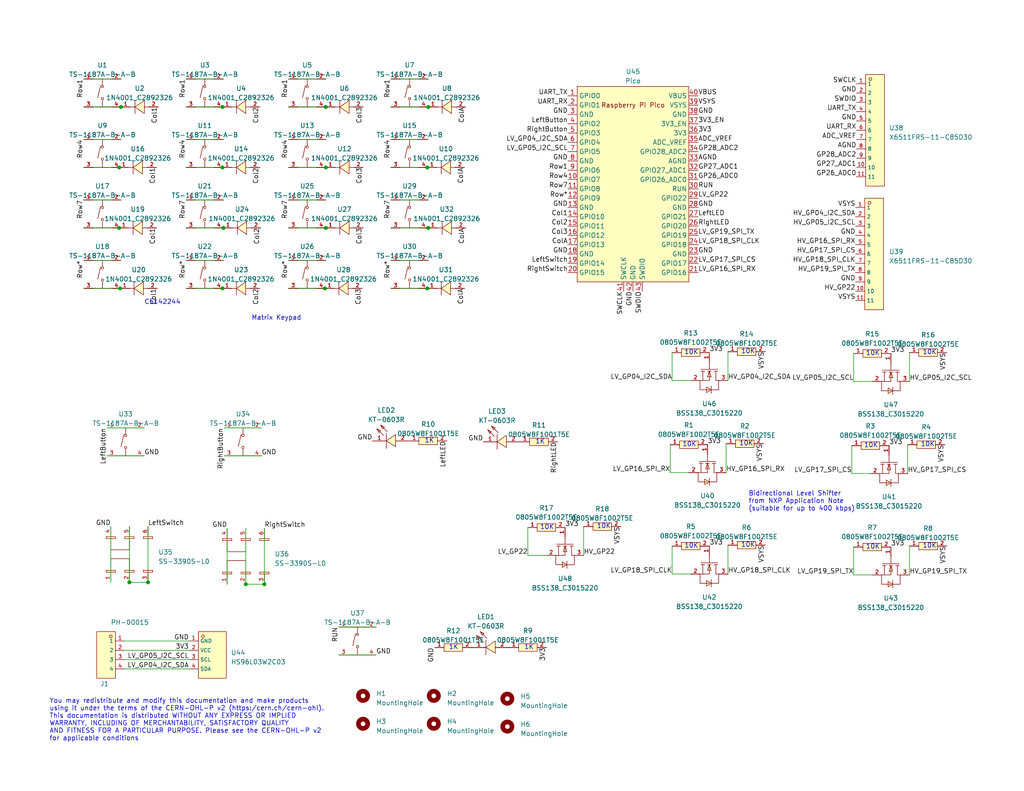
<source format=kicad_sch>
(kicad_sch (version 20230121) (generator eeschema)
  (paper "USLetter")
  (title_block (title "Cow Pi") (date "2023-09-29") (rev "mk4b") (comment 1 "This source describes Open Hardware and is licensed under the CERN-OHLP v2.") (comment 2 "Copyright (c) 2023 Christopher A. Bohn") (comment 3 "Display Module: I2C-controlled pre-packaged SSD13xx 128x64 OLED graphic display") (comment 4 "Microcontroller: Raspberry Pi Pico -- ADC/SWD/UART at 3.3V; other pins boosted to 5V"))
  (lib_symbols
    (symbol "0805W8F1001T5E:0805W8F1001T5E" (pin_names hide)
      (property "Reference" "R" (at 0 1.27 0))
      (property "Value" "0805W8F1001T5E" (at 0 -2.54 0))
      (symbol "0805W8F1001T5E_0_1"
        (pin input line (at -5.08 0 0) (length 2.54) (name "1") (number "1"))
        (pin input line (at 5.08 0 180) (length 2.54) (name "2") (number "2"))
      )
    )
    (symbol "0805W8F1002T5E:0805W8F1002T5E" (pin_names hide)
      (property "Reference" "R" (at 0 1.27 0))
      (property "Value" "0805W8F1002T5E" (at 0 -2.54 0))
      (symbol "0805W8F1002T5E_0_1"
        (pin input line (at -5.08 0 0) (length 2.54) (name "1") (number "1"))
        (pin input line (at 5.08 0 180) (length 2.54) (name "2") (number "2"))
      )
    )
    (symbol "1N4001_C2892326:1N4001_C2892326" (pin_names hide)
      (property "Reference" "U" (at 0 1.27 0))
      (property "Value" "1N4001_C2892326" (at 0 -2.54 0))
      (symbol "1N4001_C2892326_0_1"
        (pin unspecified line (at -5.08 0 0) (length 2.54) (name "K") (number "1"))
        (pin unspecified line (at 5.08 0 180) (length 2.54) (name "A") (number "2"))
      )
    )
    (symbol "BSS138_C3015220:BSS138_C3015220" (pin_names hide)
      (property "Reference" "U" (at 0 1.27 0))
      (property "Value" "BSS138_C3015220" (at 0 -2.54 0))
      (symbol "BSS138_C3015220_0_1"
        (pin unspecified line (at -7.62 0 0) (length 2.54) (name "G") (number "1"))
        (pin unspecified line (at 0 -5.08 90) (length 2.54) (name "S") (number "2"))
        (pin unspecified line (at 0 5.08 270) (length 2.54) (name "D") (number "3"))
      )
    )
    (symbol "HS96L03W2C03:HS96L03W2C03"
      (property "Reference" "U" (at 0 1.27 0))
      (property "Value" "HS96L03W2C03" (at 0 -2.54 0))
      (symbol "HS96L03W2C03_0_1"
        (pin unspecified line (at -6.35 3.81 0) (length 2.54) (name "GND") (number "1"))
        (pin unspecified line (at -6.35 1.27 0) (length 2.54) (name "VCC") (number "2"))
        (pin unspecified line (at -6.35 -1.27 0) (length 2.54) (name "SCL") (number "3"))
        (pin unspecified line (at -6.35 -3.81 0) (length 2.54) (name "SDA") (number "4"))
      )
    )
    (symbol "KT-0603R:KT-0603R" (pin_names hide)
      (property "Reference" "LED" (at 0 1.27 0))
      (property "Value" "KT-0603R" (at 0 -2.54 0))
      (symbol "KT-0603R_0_1"
        (pin unspecified line (at -5.08 0 0) (length 3.81) (name "K") (number "1"))
        (pin unspecified line (at 5.08 0 180) (length 3.81) (name "A") (number "2"))
      )
    )
    (symbol "MCU_RaspberryPi_and_Boards:Pico"
      (property "Reference" "U" (at -13.97 27.94 0))
      (property "Value" "Pico" (at 0 19.05 0))
      (symbol "Pico_0_0"
        (text "Raspberry Pi Pico" (at 0 21.59 0) (effects (font (size 1.27 1.27))))
      )
      (symbol "Pico_1_1"
        (pin bidirectional line (at -17.78 24.13 0) (length 2.54) (name "GPIO0") (number "1"))
        (pin bidirectional line (at -17.78 1.27 0) (length 2.54) (name "GPIO7") (number "10"))
        (pin bidirectional line (at -17.78 -1.27 0) (length 2.54) (name "GPIO8") (number "11"))
        (pin bidirectional line (at -17.78 -3.81 0) (length 2.54) (name "GPIO9") (number "12"))
        (pin power_in line (at -17.78 -6.35 0) (length 2.54) (name "GND") (number "13"))
        (pin bidirectional line (at -17.78 -8.89 0) (length 2.54) (name "GPIO10") (number "14"))
        (pin bidirectional line (at -17.78 -11.43 0) (length 2.54) (name "GPIO11") (number "15"))
        (pin bidirectional line (at -17.78 -13.97 0) (length 2.54) (name "GPIO12") (number "16"))
        (pin bidirectional line (at -17.78 -16.51 0) (length 2.54) (name "GPIO13") (number "17"))
        (pin power_in line (at -17.78 -19.05 0) (length 2.54) (name "GND") (number "18"))
        (pin bidirectional line (at -17.78 -21.59 0) (length 2.54) (name "GPIO14") (number "19"))
        (pin bidirectional line (at -17.78 21.59 0) (length 2.54) (name "GPIO1") (number "2"))
        (pin bidirectional line (at -17.78 -24.13 0) (length 2.54) (name "GPIO15") (number "20"))
        (pin bidirectional line (at 17.78 -24.13 180) (length 2.54) (name "GPIO16") (number "21"))
        (pin bidirectional line (at 17.78 -21.59 180) (length 2.54) (name "GPIO17") (number "22"))
        (pin power_in line (at 17.78 -19.05 180) (length 2.54) (name "GND") (number "23"))
        (pin bidirectional line (at 17.78 -16.51 180) (length 2.54) (name "GPIO18") (number "24"))
        (pin bidirectional line (at 17.78 -13.97 180) (length 2.54) (name "GPIO19") (number "25"))
        (pin bidirectional line (at 17.78 -11.43 180) (length 2.54) (name "GPIO20") (number "26"))
        (pin bidirectional line (at 17.78 -8.89 180) (length 2.54) (name "GPIO21") (number "27"))
        (pin power_in line (at 17.78 -6.35 180) (length 2.54) (name "GND") (number "28"))
        (pin bidirectional line (at 17.78 -3.81 180) (length 2.54) (name "GPIO22") (number "29"))
        (pin power_in line (at -17.78 19.05 0) (length 2.54) (name "GND") (number "3"))
        (pin input line (at 17.78 -1.27 180) (length 2.54) (name "RUN") (number "30"))
        (pin bidirectional line (at 17.78 1.27 180) (length 2.54) (name "GPIO26_ADC0") (number "31"))
        (pin bidirectional line (at 17.78 3.81 180) (length 2.54) (name "GPIO27_ADC1") (number "32"))
        (pin power_in line (at 17.78 6.35 180) (length 2.54) (name "AGND") (number "33"))
        (pin bidirectional line (at 17.78 8.89 180) (length 2.54) (name "GPIO28_ADC2") (number "34"))
        (pin power_in line (at 17.78 11.43 180) (length 2.54) (name "ADC_VREF") (number "35"))
        (pin power_in line (at 17.78 13.97 180) (length 2.54) (name "3V3") (number "36"))
        (pin input line (at 17.78 16.51 180) (length 2.54) (name "3V3_EN") (number "37"))
        (pin bidirectional line (at 17.78 19.05 180) (length 2.54) (name "GND") (number "38"))
        (pin power_in line (at 17.78 21.59 180) (length 2.54) (name "VSYS") (number "39"))
        (pin bidirectional line (at -17.78 16.51 0) (length 2.54) (name "GPIO2") (number "4"))
        (pin power_in line (at 17.78 24.13 180) (length 2.54) (name "VBUS") (number "40"))
        (pin input line (at -2.54 -29.21 90) (length 2.54) (name "SWCLK") (number "41"))
        (pin power_in line (at 0 -29.21 90) (length 2.54) (name "GND") (number "42"))
        (pin bidirectional line (at 2.54 -29.21 90) (length 2.54) (name "SWDIO") (number "43"))
        (pin bidirectional line (at -17.78 13.97 0) (length 2.54) (name "GPIO3") (number "5"))
        (pin bidirectional line (at -17.78 11.43 0) (length 2.54) (name "GPIO4") (number "6"))
        (pin bidirectional line (at -17.78 8.89 0) (length 2.54) (name "GPIO5") (number "7"))
        (pin power_in line (at -17.78 6.35 0) (length 2.54) (name "GND") (number "8"))
        (pin bidirectional line (at -17.78 3.81 0) (length 2.54) (name "GPIO6") (number "9"))
      )
    )
    (symbol "Mechanical:MountingHole" (pin_names (offset 1.016))
      (property "Reference" "H" (at 0 5.08 0))
      (property "Value" "MountingHole" (at 0 3.175 0))
    )
    (symbol "PH-00015:PH-00015"
      (property "Reference" "U" (at 0 1.27 0))
      (property "Value" "PH-00015" (at 0 -2.54 0))
      (symbol "PH-00015_0_1"
        (pin unspecified line (at -5.08 3.81 0) (length 2.54) (name "1") (number "1"))
        (pin unspecified line (at -5.08 1.27 0) (length 2.54) (name "2") (number "2"))
        (pin unspecified line (at -5.08 -1.27 0) (length 2.54) (name "3") (number "3"))
        (pin unspecified line (at -5.08 -3.81 0) (length 2.54) (name "4") (number "4"))
      )
    )
    (symbol "SS-3390S-L0:SS-3390S-L0" (pin_names hide)
      (property "Reference" "U" (at 0 1.27 0))
      (property "Value" "SS-3390S-L0" (at 0 -2.54 0))
      (symbol "SS-3390S-L0_0_1"
        (pin unspecified line (at -5.08 -7.62 90) (length 2.54) (name "1") (number "1"))
        (pin unspecified line (at 0 -7.62 90) (length 2.54) (name "2") (number "2"))
        (pin unspecified line (at 5.08 -7.62 90) (length 2.54) (name "3") (number "3"))
        (pin unspecified line (at -5.08 7.62 270) (length 2.54) (name "4") (number "4"))
        (pin unspecified line (at 0 7.62 270) (length 2.54) (name "5") (number "5"))
        (pin unspecified line (at 5.08 7.62 270) (length 2.54) (name "6") (number "6"))
      )
    )
    (symbol "TS-1187A-B-A-B:TS-1187A-B-A-B" (pin_names hide)
      (property "Reference" "U" (at 0 1.27 0))
      (property "Value" "TS-1187A-B-A-B" (at 0 -2.54 0))
      (symbol "TS-1187A-B-A-B_0_1"
        (pin unspecified line (at -5.08 2.54 0) (length 2.54) (name "A") (number "1"))
        (pin unspecified line (at 5.08 2.54 180) (length 2.54) (name "B") (number "2"))
        (pin unspecified line (at -5.08 -5.08 0) (length 2.54) (name "C") (number "3"))
        (pin unspecified line (at 5.08 -5.08 180) (length 2.54) (name "D") (number "4"))
      )
    )
    (symbol "X6511FRS-11-C85D30:X6511FRS-11-C85D30"
      (property "Reference" "U" (at 0 1.27 0))
      (property "Value" "X6511FRS-11-C85D30" (at 0 -2.54 0))
      (symbol "X6511FRS-11-C85D30_0_1"
        (pin unspecified line (at -5.08 12.7 0) (length 2.54) (name "1") (number "1"))
        (pin unspecified line (at -5.08 -10.16 0) (length 2.54) (name "10") (number "10"))
        (pin unspecified line (at -5.08 -12.7 0) (length 2.54) (name "11") (number "11"))
        (pin unspecified line (at -5.08 10.16 0) (length 2.54) (name "2") (number "2"))
        (pin unspecified line (at -5.08 7.62 0) (length 2.54) (name "3") (number "3"))
        (pin unspecified line (at -5.08 5.08 0) (length 2.54) (name "4") (number "4"))
        (pin unspecified line (at -5.08 2.54 0) (length 2.54) (name "5") (number "5"))
        (pin unspecified line (at -5.08 0 0) (length 2.54) (name "6") (number "6"))
        (pin unspecified line (at -5.08 -2.54 0) (length 2.54) (name "7") (number "7"))
        (pin unspecified line (at -5.08 -5.08 0) (length 2.54) (name "8") (number "8"))
        (pin unspecified line (at -5.08 -7.62 0) (length 2.54) (name "9") (number "9"))
      )
    )
  )
  (junction (at 33.02 29.21))
  (junction (at 116.586 45.72))
  (junction (at 60.706 45.72))
  (junction (at 116.586 78.74))
  (junction (at 60.706 78.74))
  (junction (at 32.512 45.72))
  (junction (at 35.306 159.004))
  (junction (at 88.9 62.23))
  (junction (at 67.056 159.512))
  (junction (at 32.512 62.23))
  (junction (at 72.136 159.512))
  (junction (at 60.96 62.23))
  (junction (at 116.84 29.21))
  (junction (at 60.706 29.21))
  (junction (at 32.766 78.74))
  (junction (at 88.9 29.21))
  (junction (at 116.84 62.23))
  (junction (at 88.9 45.72))
  (junction (at 40.386 159.004))
  (junction (at 88.646 78.74))
  (wire (pts (xy 144.018 144.018) (xy 144.018 151.638)))
  (wire (pts (xy 88.646 78.74) (xy 88.9 78.74)))
  (wire (pts (xy 187.96 129.032) (xy 182.88 129.032)))
  (wire (pts (xy 237.998 156.972) (xy 232.918 156.972)))
  (wire (pts (xy 106.68 62.23) (xy 116.84 62.23)))
  (wire (pts (xy 29.21 116.84) (xy 39.37 116.84)))
  (wire (pts (xy 35.306 143.764) (xy 35.306 159.004)))
  (wire (pts (xy 50.8 62.23) (xy 60.96 62.23)))
  (wire (pts (xy 67.056 159.512) (xy 72.136 159.512)))
  (wire (pts (xy 92.456 178.816) (xy 102.616 178.816)))
  (wire (pts (xy 22.86 21.59) (xy 33.02 21.59)))
  (wire (pts (xy 237.49 129.286) (xy 232.41 129.286)))
  (wire (pts (xy 61.976 144.272) (xy 61.976 159.512)))
  (wire (pts (xy 35.306 159.004) (xy 40.386 159.004)))
  (wire (pts (xy 106.68 45.72) (xy 116.586 45.72)))
  (wire (pts (xy 29.21 124.46) (xy 39.37 124.46)))
  (wire (pts (xy 232.41 121.666) (xy 232.41 129.286)))
  (wire (pts (xy 30.226 143.764) (xy 30.226 159.004)))
  (wire (pts (xy 106.68 29.21) (xy 116.84 29.21)))
  (wire (pts (xy 106.68 71.12) (xy 116.84 71.12)))
  (wire (pts (xy 188.468 103.886) (xy 183.388 103.886)))
  (wire (pts (xy 232.918 149.352) (xy 232.918 156.972)))
  (wire (pts (xy 78.74 29.21) (xy 88.9 29.21)))
  (wire (pts (xy 92.456 171.196) (xy 102.616 171.196)))
  (wire (pts (xy 67.056 144.272) (xy 67.056 159.512)))
  (wire (pts (xy 34.036 175.006) (xy 51.562 175.006)))
  (wire (pts (xy 183.388 96.266) (xy 183.388 103.886)))
  (wire (pts (xy 32.512 62.23) (xy 33.02 62.23)))
  (wire (pts (xy 183.388 149.098) (xy 183.388 156.718)))
  (wire (pts (xy 22.86 29.21) (xy 33.02 29.21)))
  (wire (pts (xy 116.586 45.72) (xy 116.84 45.72)))
  (wire (pts (xy 60.706 45.72) (xy 60.96 45.72)))
  (wire (pts (xy 78.74 71.12) (xy 88.9 71.12)))
  (wire (pts (xy 188.468 156.718) (xy 183.388 156.718)))
  (wire (pts (xy 106.68 38.1) (xy 116.84 38.1)))
  (wire (pts (xy 22.86 54.61) (xy 33.02 54.61)))
  (wire (pts (xy 198.628 148.844) (xy 198.628 156.718)))
  (wire (pts (xy 78.74 38.1) (xy 88.9 38.1)))
  (wire (pts (xy 34.036 180.086) (xy 51.562 180.086)))
  (wire (pts (xy 22.86 62.23) (xy 32.512 62.23)))
  (wire (pts (xy 50.8 78.74) (xy 60.706 78.74)))
  (wire (pts (xy 50.8 21.59) (xy 60.96 21.59)))
  (wire (pts (xy 61.214 116.84) (xy 71.374 116.84)))
  (wire (pts (xy 40.386 143.764) (xy 40.386 159.004)))
  (wire (pts (xy 78.74 45.72) (xy 88.9 45.72)))
  (wire (pts (xy 106.68 21.59) (xy 116.84 21.59)))
  (wire (pts (xy 106.68 54.61) (xy 116.84 54.61)))
  (wire (pts (xy 247.65 121.412) (xy 247.65 129.286)))
  (wire (pts (xy 22.86 71.12) (xy 33.02 71.12)))
  (wire (pts (xy 248.158 96.266) (xy 248.158 104.14)))
  (wire (pts (xy 149.098 151.638) (xy 144.018 151.638)))
  (wire (pts (xy 116.586 78.74) (xy 116.84 78.74)))
  (wire (pts (xy 60.706 78.74) (xy 60.96 78.74)))
  (wire (pts (xy 32.512 45.72) (xy 33.02 45.72)))
  (wire (pts (xy 78.74 62.23) (xy 88.9 62.23)))
  (wire (pts (xy 182.88 121.412) (xy 182.88 129.032)))
  (wire (pts (xy 50.8 45.72) (xy 60.706 45.72)))
  (wire (pts (xy 198.628 96.012) (xy 198.628 103.886)))
  (wire (pts (xy 22.86 38.1) (xy 33.02 38.1)))
  (wire (pts (xy 50.8 71.12) (xy 60.96 71.12)))
  (wire (pts (xy 22.86 78.74) (xy 32.766 78.74)))
  (wire (pts (xy 22.86 45.72) (xy 32.512 45.72)))
  (wire (pts (xy 159.258 143.764) (xy 159.258 151.638)))
  (wire (pts (xy 78.74 54.61) (xy 88.9 54.61)))
  (wire (pts (xy 34.036 177.546) (xy 51.562 177.546)))
  (wire (pts (xy 34.036 182.626) (xy 51.562 182.626)))
  (wire (pts (xy 61.214 124.46) (xy 71.374 124.46)))
  (wire (pts (xy 50.8 29.21) (xy 60.706 29.21)))
  (wire (pts (xy 198.12 121.158) (xy 198.12 129.032)))
  (wire (pts (xy 60.706 29.21) (xy 60.96 29.21)))
  (wire (pts (xy 106.68 78.74) (xy 116.586 78.74)))
  (wire (pts (xy 248.158 149.098) (xy 248.158 156.972)))
  (wire (pts (xy 78.74 21.59) (xy 88.9 21.59)))
  (wire (pts (xy 50.8 38.1) (xy 60.96 38.1)))
  (wire (pts (xy 50.8 54.61) (xy 60.96 54.61)))
  (wire (pts (xy 78.74 78.74) (xy 88.646 78.74)))
  (wire (pts (xy 232.918 96.52) (xy 232.918 104.14)))
  (wire (pts (xy 72.136 144.272) (xy 72.136 159.512)))
  (wire (pts (xy 237.998 104.14) (xy 232.918 104.14)))
  (wire (pts (xy 32.766 78.74) (xy 33.02 78.74)))
  (text "10K" (at 186.69 149.86 0) (effects (font (size 1.27 1.27)) (justify left bottom)))
  (text "10K" (at 162.814 144.526 0) (effects (font (size 1.27 1.27)) (justify left bottom)))
  (text "10K" (at 202.184 149.606 0) (effects (font (size 1.27 1.27)) (justify left bottom)))
  (text "10K" (at 147.32 144.78 0) (effects (font (size 1.27 1.27)) (justify left bottom)))
  (text "You may redistribute and modify this documentation and make products\nusing it under the terms of the CERN-OHL-P v2 (https:/cern.ch/cern-ohl).\nThis documentation is distributed WITHOUT ANY EXPRESS OR IMPLIED\nWARRANTY, INCLUDING OF MERCHANTABILITY, SATISFACTORY QUALITY\nAND FITNESS FOR A PARTICULAR PURPOSE. Please see the CERN-OHL-P v2\nfor applicable conditions" (at 13.462 202.438 0) (effects (font (size 1.27 1.27)) (justify left bottom)))
  (text "10K" (at 236.22 97.282 0) (effects (font (size 1.27 1.27)) (justify left bottom)))
  (text "10K" (at 186.69 97.028 0) (effects (font (size 1.27 1.27)) (justify left bottom)))
  (text "10K" (at 202.184 96.774 0) (effects (font (size 1.27 1.27)) (justify left bottom)))
  (text "C5142244" (at 39.37 83.312 0) (effects (font (size 1.27 1.27)) (justify left bottom)))
  (text "10K" (at 251.206 122.174 0) (effects (font (size 1.27 1.27)) (justify left bottom)))
  (text "10K" (at 186.182 122.174 0) (effects (font (size 1.27 1.27)) (justify left bottom)))
  (text "10K" (at 201.676 121.92 0) (effects (font (size 1.27 1.27)) (justify left bottom)))
  (text "1K" (at 143.002 177.546 0) (effects (font (size 1.27 1.27)) (justify left bottom)))
  (text "10K" (at 236.22 150.114 0) (effects (font (size 1.27 1.27)) (justify left bottom)))
  (text "10K" (at 251.714 149.86 0) (effects (font (size 1.27 1.27)) (justify left bottom)))
  (text "1K" (at 115.824 121.158 0) (effects (font (size 1.27 1.27)) (justify left bottom)))
  (text "1K" (at 122.428 177.546 0) (effects (font (size 1.27 1.27)) (justify left bottom)))
  (text "10K" (at 251.714 97.028 0) (effects (font (size 1.27 1.27)) (justify left bottom)))
  (text "Bidirectional Level Shifter\nfrom NXP Application Note\n(suitable for up to 400 kbps)" (at 204.216 139.7 0) (effects (font (size 1.27 1.27)) (justify left bottom)))
  (text "Matrix Keypad" (at 68.58 87.63 0) (effects (font (size 1.27 1.27)) (justify left bottom)))
  (text "1K" (at 146.05 121.412 0) (effects (font (size 1.27 1.27)) (justify left bottom)))
  (text "10K" (at 235.712 122.428 0) (effects (font (size 1.27 1.27)) (justify left bottom)))
  (label "GP26_ADC0" (at 233.68 48.26 180))
  (label "Row1" (at 22.86 21.59 270))
  (label "LeftLED" (at 121.92 120.396 270))
  (label "Row1" (at 154.94 46.482 180))
  (label "Row1" (at 78.74 21.59 270))
  (label "RUN" (at 190.5 51.562 0))
  (label "GND" (at 101.6 120.396 180))
  (label "GND" (at 190.5 69.342 0))
  (label "RightSwitch" (at 154.94 74.422 180))
  (label "HV_GP22" (at 233.426 79.502 180))
  (label "LeftLED" (at 190.5 59.182 0))
  (label "3V3_EN" (at 190.5 33.782 0))
  (label "RightLED" (at 190.5 61.722 0))
  (label "Row1" (at 50.8 21.59 270))
  (label "Row7" (at 22.86 54.61 270))
  (label "HV_GP18_SPI_CLK" (at 233.426 71.882 180))
  (label "GND" (at 172.72 79.502 270))
  (label "UART_RX" (at 154.94 28.702 180))
  (label "ADC_VREF" (at 233.68 38.1 180))
  (label "ColA" (at 126.746 78.74 270))
  (label "LV_GP19_SPI_TX" (at 232.918 156.972 180))
  (label "Row7" (at 78.74 54.61 270))
  (label "VBUS" (at 190.5 26.162 0))
  (label "LV_GP05_I2C_SCL" (at 232.918 104.14 180))
  (label "GP27_ADC1" (at 233.68 45.72 180))
  (label "SWDIO" (at 233.68 27.94 180))
  (label "HV_GP04_I2C_SDA" (at 233.426 59.182 180))
  (label "GP27_ADC1" (at 190.5 46.482 0))
  (label "Col1" (at 42.672 62.23 270))
  (label "GND" (at 102.616 178.816 0))
  (label "RUN" (at 92.456 171.196 270))
  (label "Row*" (at 78.74 71.12 270))
  (label "HV_GP17_SPI_CS" (at 233.426 69.342 180))
  (label "LeftButton" (at 154.94 33.782 180))
  (label "LV_GP04_I2C_SDA" (at 183.388 103.886 180))
  (label "Col1" (at 42.672 45.72 270))
  (label "GND" (at 233.426 76.962 180))
  (label "VSYS" (at 258.318 96.266 270))
  (label "UART_RX" (at 233.68 35.56 180))
  (label "HV_GP22" (at 159.258 151.638 0))
  (label "Row4" (at 50.8 38.1 270))
  (label "SWCLK" (at 170.18 79.502 270))
  (label "RightButton" (at 154.94 36.322 180))
  (label "GND" (at 154.94 69.342 180))
  (label "3V3" (at 243.078 96.52 0))
  (label "3V3" (at 51.562 177.546 180))
  (label "HV_GP16_SPI_RX" (at 198.12 129.032 0))
  (label "HV_GP18_SPI_CLK" (at 198.628 156.718 0))
  (label "Row*" (at 154.94 54.102 180))
  (label "HV_GP04_I2C_SDA" (at 198.628 103.886 0))
  (label "GND" (at 71.374 124.46 0))
  (label "Row*" (at 106.68 71.12 270))
  (label "3V3" (at 149.098 176.784 270))
  (label "Row*" (at 50.8 71.12 270))
  (label "VSYS" (at 208.788 148.844 270))
  (label "Col2" (at 71.12 62.23 270))
  (label "LV_GP05_I2C_SCL" (at 154.94 41.402 180))
  (label "ADC_VREF" (at 190.5 38.862 0))
  (label "RightLED" (at 152.146 120.65 270))
  (label "Col2" (at 154.94 61.722 180))
  (label "SWCLK" (at 233.68 22.86 180))
  (label "3V3" (at 193.548 96.266 0))
  (label "Col2" (at 70.866 29.21 270))
  (label "Row7" (at 50.8 54.61 270))
  (label "ColA" (at 127 29.21 270))
  (label "LV_GP17_SPI_CS" (at 232.41 129.286 180))
  (label "Col3" (at 154.94 64.262 180))
  (label "GND" (at 233.68 25.4 180))
  (label "UART_TX" (at 233.68 30.48 180))
  (label "Row4" (at 106.68 38.1 270))
  (label "Row4" (at 78.74 38.1 270))
  (label "Row1" (at 106.68 21.59 270))
  (label "VSYS" (at 208.788 96.012 270))
  (label "Col1" (at 42.926 78.74 270))
  (label "LeftButton" (at 29.21 116.84 270))
  (label "VSYS" (at 208.28 121.158 270))
  (label "3V3" (at 190.5 36.322 0))
  (label "HV_GP16_SPI_RX" (at 233.426 66.802 180))
  (label "GND" (at 131.826 120.65 180))
  (label "GND" (at 154.94 31.242 180))
  (label "Row7" (at 154.94 51.562 180))
  (label "LV_GP04_I2C_SDA" (at 51.562 182.626 180))
  (label "SWDIO" (at 175.26 79.502 270))
  (label "3V3" (at 243.078 149.352 0))
  (label "GND" (at 39.37 124.46 0))
  (label "LeftSwitch" (at 40.386 143.764 0))
  (label "UART_TX" (at 154.94 26.162 180))
  (label "HV_GP19_SPI_TX" (at 248.158 156.972 0))
  (label "GND" (at 154.94 56.642 180))
  (label "RightButton" (at 61.214 116.84 270))
  (label "Col3" (at 99.06 45.72 270))
  (label "GND" (at 190.5 56.642 0))
  (label "LV_GP16_SPI_RX" (at 190.5 74.422 0))
  (label "AGND" (at 190.5 43.942 0))
  (label "HV_GP05_I2C_SCL" (at 248.158 104.14 0))
  (label "VSYS" (at 169.418 143.764 270))
  (label "Col3" (at 99.06 29.21 270))
  (label "VSYS" (at 233.426 82.042 180))
  (label "LV_GP18_SPI_CLK" (at 190.5 66.802 0))
  (label "Row*" (at 22.86 71.12 270))
  (label "GND" (at 118.618 176.784 270))
  (label "Col2" (at 70.866 78.74 270))
  (label "GND" (at 154.94 43.942 180))
  (label "3V3" (at 242.57 121.666 0))
  (label "Row7" (at 106.68 54.61 270))
  (label "ColA" (at 154.94 66.802 180))
  (label "Col1" (at 154.94 59.182 180))
  (label "LV_GP18_SPI_CLK" (at 183.388 156.718 180))
  (label "HV_GP19_SPI_TX" (at 233.426 74.422 180))
  (label "VSYS" (at 233.426 56.642 180))
  (label "GND" (at 190.5 31.242 0))
  (label "LeftSwitch" (at 154.94 71.882 180))
  (label "VSYS" (at 258.318 149.098 270))
  (label "GND" (at 30.226 143.764 180))
  (label "GP28_ADC2" (at 190.5 41.402 0))
  (label "GP26_ADC0" (at 190.5 49.022 0))
  (label "Col1" (at 43.18 29.21 270))
  (label "3V3" (at 154.178 144.018 0))
  (label "GND" (at 233.426 64.262 180))
  (label "LV_GP04_I2C_SDA" (at 154.94 38.862 180))
  (label "VSYS" (at 257.81 121.412 270))
  (label "ColA" (at 127 62.23 270))
  (label "3V3" (at 193.548 149.098 0))
  (label "GP28_ADC2" (at 233.68 43.18 180))
  (label "RightSwitch" (at 72.136 144.272 0))
  (label "HV_GP17_SPI_CS" (at 247.65 129.286 0))
  (label "Col3" (at 99.06 62.23 270))
  (label "3V3" (at 193.04 121.412 0))
  (label "LV_GP22" (at 144.018 151.638 180))
  (label "VSYS" (at 190.5 28.702 0))
  (label "Col2" (at 70.866 45.72 270))
  (label "LV_GP16_SPI_RX" (at 182.88 129.032 180))
  (label "LV_GP22" (at 190.5 54.102 0))
  (label "Row4" (at 22.86 38.1 270))
  (label "Row4" (at 154.94 49.022 180))
  (label "HV_GP05_I2C_SCL" (at 233.426 61.722 180))
  (label "AGND" (at 233.68 40.64 180))
  (label "LV_GP05_I2C_SCL" (at 51.562 180.086 180))
  (label "Col3" (at 98.806 78.74 270))
  (label "ColA" (at 126.746 45.72 270))
  (label "GND" (at 61.976 144.272 180))
  (label "LV_GP17_SPI_CS" (at 190.5 71.882 0))
  (label "LV_GP19_SPI_TX" (at 190.5 64.262 0))
  (label "GND" (at 233.68 33.02 180))
  (label "GND" (at 51.562 175.006 180))
  (symbol (lib_id "BSS138_C3015220:BSS138_C3015220") (at 193.548 103.886 270) (unit 1)
    (property "Reference" "U46" (at 193.548 110.236 90))
    (property "Value" "BSS138_C3015220" (at 193.548 112.776 90))
    (property "Footprint" "footprint:SOT-23-3_L2.9-W1.3-P1.90-LS2.4-BR-1" (effects hide))
    (property "Datasheet" "https://www.diodes.com/assets/Package-Files/SOT23.pdf" (effects hide))
    (property "LCSC" "C3015220" (effects hide))
  )
  (symbol (lib_id "BSS138_C3015220:BSS138_C3015220") (at 193.04 129.032 270) (unit 1)
    (property "Reference" "U40" (at 193.04 135.382 90))
    (property "Value" "BSS138_C3015220" (at 193.04 137.922 90))
    (property "Footprint" "footprint:SOT-23-3_L2.9-W1.3-P1.90-LS2.4-BR-1" (effects hide))
    (property "Datasheet" "https://www.diodes.com/assets/Package-Files/SOT23.pdf" (effects hide))
    (property "LCSC" "C3015220" (effects hide))
  )
  (symbol (lib_id "1N4001_C2892326:1N4001_C2892326") (at 65.786 29.21 0) (unit 1)
    (property "Reference" "U4" (at 65.786 24.13 0))
    (property "Value" "1N4001_C2892326" (at 65.786 26.67 0))
    (property "Footprint" "footprint:SOD-123FL_L2.8-W1.8-LS3.7-RD" (effects hide))
    (property "Datasheet" "https://atta.szlcsc.com/upload/public/pdf/source/20200828/C727068_03908989ABFAACA97C2BC5AF2D6316E6.pdf" (effects hide))
    (property "LCSC" "C2892326" (effects hide))
  )
  (symbol (lib_id "0805W8F1002T5E:0805W8F1002T5E") (at 253.238 96.266 0) (unit 1)
    (property "Reference" "R16" (at 253.238 91.44 0))
    (property "Value" "0805W8F1002T5E" (at 253.238 93.98 0))
    (property "Footprint" "footprint:R0805" (effects hide))
    (property "Datasheet" "https://item.szlcsc.com/142685.html" (effects hide))
    (property "LCSC" "C17414" (effects hide))
  )
  (symbol (lib_id "0805W8F1002T5E:0805W8F1002T5E") (at 203.2 121.158 0) (unit 1)
    (property "Reference" "R2" (at 203.2 116.332 0))
    (property "Value" "0805W8F1002T5E" (at 203.2 118.872 0))
    (property "Footprint" "footprint:R0805" (effects hide))
    (property "Datasheet" "https://item.szlcsc.com/142685.html" (effects hide))
    (property "LCSC" "C17414" (effects hide))
  )
  (symbol (lib_id "TS-1187A-B-A-B:TS-1187A-B-A-B") (at 111.76 40.64 0) (unit 1)
    (property "Reference" "U15" (at 111.76 34.29 0))
    (property "Value" "TS-1187A-B-A-B" (at 111.76 36.83 0))
    (property "Footprint" "footprint:SW-SMD_4P-L5.1-W5.1-P3.70-LS6.5-TL-2" (effects hide))
    (property "Datasheet" "https://item.szlcsc.com/300285.html" (effects hide))
    (property "LCSC" "C318884" (effects hide))
  )
  (symbol (lib_id "1N4001_C2892326:1N4001_C2892326") (at 37.592 45.72 0) (unit 1)
    (property "Reference" "U16" (at 37.592 40.64 0))
    (property "Value" "1N4001_C2892326" (at 37.592 43.18 0))
    (property "Footprint" "footprint:SOD-123FL_L2.8-W1.8-LS3.7-RD" (effects hide))
    (property "Datasheet" "https://atta.szlcsc.com/upload/public/pdf/source/20200828/C727068_03908989ABFAACA97C2BC5AF2D6316E6.pdf" (effects hide))
    (property "LCSC" "C2892326" (effects hide))
  )
  (symbol (lib_id "0805W8F1002T5E:0805W8F1002T5E") (at 203.708 148.844 0) (unit 1)
    (property "Reference" "R6" (at 203.708 144.018 0))
    (property "Value" "0805W8F1002T5E" (at 203.708 146.558 0))
    (property "Footprint" "footprint:R0805" (effects hide))
    (property "Datasheet" "https://item.szlcsc.com/142685.html" (effects hide))
    (property "LCSC" "C17414" (effects hide))
  )
  (symbol (lib_id "0805W8F1002T5E:0805W8F1002T5E") (at 203.708 96.012 0) (unit 1)
    (property "Reference" "R14" (at 203.708 91.186 0))
    (property "Value" "0805W8F1002T5E" (at 203.708 93.726 0))
    (property "Footprint" "footprint:R0805" (effects hide))
    (property "Datasheet" "https://item.szlcsc.com/142685.html" (effects hide))
    (property "LCSC" "C17414" (effects hide))
  )
  (symbol (lib_id "0805W8F1002T5E:0805W8F1002T5E") (at 188.468 149.098 0) (unit 1)
    (property "Reference" "R5" (at 188.468 143.764 0))
    (property "Value" "0805W8F1002T5E" (at 188.468 146.304 0))
    (property "Footprint" "footprint:R0805" (effects hide))
    (property "Datasheet" "https://item.szlcsc.com/142685.html" (effects hide))
    (property "LCSC" "C17414" (effects hide))
  )
  (symbol (lib_id "TS-1187A-B-A-B:TS-1187A-B-A-B") (at 34.29 119.38 0) (unit 1)
    (property "Reference" "U33" (at 34.29 113.03 0))
    (property "Value" "TS-1187A-B-A-B" (at 34.29 115.57 0))
    (property "Footprint" "footprint:SW-SMD_4P-L5.1-W5.1-P3.70-LS6.5-TL-2" (effects hide))
    (property "Datasheet" "https://item.szlcsc.com/300285.html" (effects hide))
    (property "LCSC" "C318884" (effects hide))
  )
  (symbol (lib_id "X6511FRS-11-C85D30:X6511FRS-11-C85D30") (at 238.76 35.56 0) (unit 1)
    (property "Reference" "U38" (at 242.57 34.925 0) (effects (justify left)))
    (property "Value" "X6511FRS-11-C85D30" (at 242.57 37.465 0) (effects (justify left)))
    (property "Footprint" "footprint:HDR-SMD_11P-P2.54-H-F-L11.5" (effects hide))
    (property "Datasheet" "https://atta.szlcsc.com/upload/public/pdf/source/20220822/AB9A82E80C220285963E5EFA3BFD32FF.pdf" (effects hide))
    (property "LCSC" "C5142244" (effects hide))
  )
  (symbol (lib_id "BSS138_C3015220:BSS138_C3015220") (at 193.548 156.718 270) (unit 1)
    (property "Reference" "U42" (at 193.548 163.068 90))
    (property "Value" "BSS138_C3015220" (at 193.548 165.608 90))
    (property "Footprint" "footprint:SOT-23-3_L2.9-W1.3-P1.90-LS2.4-BR-1" (effects hide))
    (property "Datasheet" "https://www.diodes.com/assets/Package-Files/SOT23.pdf" (effects hide))
    (property "LCSC" "C3015220" (effects hide))
  )
  (symbol (lib_id "BSS138_C3015220:BSS138_C3015220") (at 243.078 104.14 270) (unit 1)
    (property "Reference" "U47" (at 243.078 110.49 90))
    (property "Value" "BSS138_C3015220" (at 243.078 113.03 90))
    (property "Footprint" "footprint:SOT-23-3_L2.9-W1.3-P1.90-LS2.4-BR-1" (effects hide))
    (property "Datasheet" "https://www.diodes.com/assets/Package-Files/SOT23.pdf" (effects hide))
    (property "LCSC" "C3015220" (effects hide))
  )
  (symbol (lib_id "0805W8F1002T5E:0805W8F1002T5E") (at 187.96 121.412 0) (unit 1)
    (property "Reference" "R1" (at 187.96 116.078 0))
    (property "Value" "0805W8F1002T5E" (at 187.96 118.618 0))
    (property "Footprint" "footprint:R0805" (effects hide))
    (property "Datasheet" "https://item.szlcsc.com/142685.html" (effects hide))
    (property "LCSC" "C17414" (effects hide))
  )
  (symbol (lib_id "1N4001_C2892326:1N4001_C2892326") (at 93.98 29.21 0) (unit 1)
    (property "Reference" "U6" (at 93.98 24.13 0))
    (property "Value" "1N4001_C2892326" (at 93.98 26.67 0))
    (property "Footprint" "footprint:SOD-123FL_L2.8-W1.8-LS3.7-RD" (effects hide))
    (property "Datasheet" "https://atta.szlcsc.com/upload/public/pdf/source/20200828/C727068_03908989ABFAACA97C2BC5AF2D6316E6.pdf" (effects hide))
    (property "LCSC" "C2892326" (effects hide))
  )
  (symbol (lib_id "TS-1187A-B-A-B:TS-1187A-B-A-B") (at 66.294 119.38 0) (unit 1)
    (property "Reference" "U34" (at 66.294 113.03 0))
    (property "Value" "TS-1187A-B-A-B" (at 66.294 115.57 0))
    (property "Footprint" "footprint:SW-SMD_4P-L5.1-W5.1-P3.70-LS6.5-TL-2" (effects hide))
    (property "Datasheet" "https://item.szlcsc.com/300285.html" (effects hide))
    (property "LCSC" "C318884" (effects hide))
  )
  (symbol (lib_id "0805W8F1002T5E:0805W8F1002T5E") (at 252.73 121.412 0) (unit 1)
    (property "Reference" "R4" (at 252.73 116.586 0))
    (property "Value" "0805W8F1002T5E" (at 252.73 119.126 0))
    (property "Footprint" "footprint:R0805" (effects hide))
    (property "Datasheet" "https://item.szlcsc.com/142685.html" (effects hide))
    (property "LCSC" "C17414" (effects hide))
  )
  (symbol (lib_id "0805W8F1001T5E:0805W8F1001T5E") (at 144.018 176.784 0) (unit 1)
    (property "Reference" "R9" (at 144.018 172.212 0))
    (property "Value" "0805W8F1001T5E" (at 144.018 174.752 0))
    (property "Footprint" "footprint:R0805" (effects hide))
    (property "Datasheet" "https://item.szlcsc.com/142685.html" (effects hide))
    (property "LCSC" "C17513" (effects hide))
  )
  (symbol (lib_id "PH-00015:PH-00015") (at 28.956 178.816 0) (mirror y) (unit 1)
    (property "Reference" "J1" (at 29.718 186.69 0) (effects (justify left)))
    (property "Value" "PH-00015" (at 40.64 169.926 0) (effects (justify left)))
    (property "Footprint" "footprint:HDR-TH_4P-P2.54-V-M" (effects hide))
    (property "Datasheet" "https://item.szlcsc.com/502959.html" (effects hide))
    (property "LCSC" "C2829888" (effects hide))
  )
  (symbol (lib_id "1N4001_C2892326:1N4001_C2892326") (at 93.98 62.23 0) (unit 1)
    (property "Reference" "U27" (at 93.98 57.15 0))
    (property "Value" "1N4001_C2892326" (at 93.98 59.69 0))
    (property "Footprint" "footprint:SOD-123FL_L2.8-W1.8-LS3.7-RD" (effects hide))
    (property "Datasheet" "https://atta.szlcsc.com/upload/public/pdf/source/20200828/C727068_03908989ABFAACA97C2BC5AF2D6316E6.pdf" (effects hide))
    (property "LCSC" "C2892326" (effects hide))
  )
  (symbol (lib_id "1N4001_C2892326:1N4001_C2892326") (at 93.98 45.72 0) (unit 1)
    (property "Reference" "U12" (at 93.98 40.64 0))
    (property "Value" "1N4001_C2892326" (at 93.98 43.18 0))
    (property "Footprint" "footprint:SOD-123FL_L2.8-W1.8-LS3.7-RD" (effects hide))
    (property "Datasheet" "https://atta.szlcsc.com/upload/public/pdf/source/20200828/C727068_03908989ABFAACA97C2BC5AF2D6316E6.pdf" (effects hide))
    (property "LCSC" "C2892326" (effects hide))
  )
  (symbol (lib_id "TS-1187A-B-A-B:TS-1187A-B-A-B") (at 27.94 24.13 0) (unit 1)
    (property "Reference" "U1" (at 27.94 17.78 0))
    (property "Value" "TS-1187A-B-A-B" (at 27.94 20.32 0))
    (property "Footprint" "footprint:SW-SMD_4P-L5.1-W5.1-P3.70-LS6.5-TL-2" (effects hide))
    (property "Datasheet" "https://item.szlcsc.com/300285.html" (effects hide))
    (property "LCSC" "C318884" (effects hide))
  )
  (symbol (lib_id "KT-0603R:KT-0603R") (at 133.858 176.784 0) (unit 1)
    (property "Reference" "LED1" (at 132.588 168.402 0))
    (property "Value" "KT-0603R" (at 132.588 170.942 0))
    (property "Footprint" "footprint:LED0603-RD" (effects hide))
    (property "Datasheet" "https://item.szlcsc.com/347874.html" (effects hide))
    (property "LCSC" "C2286" (effects hide))
  )
  (symbol (lib_id "1N4001_C2892326:1N4001_C2892326") (at 93.726 78.74 0) (unit 1)
    (property "Reference" "U28" (at 93.726 73.66 0))
    (property "Value" "1N4001_C2892326" (at 93.726 76.2 0))
    (property "Footprint" "footprint:SOD-123FL_L2.8-W1.8-LS3.7-RD" (effects hide))
    (property "Datasheet" "https://atta.szlcsc.com/upload/public/pdf/source/20200828/C727068_03908989ABFAACA97C2BC5AF2D6316E6.pdf" (effects hide))
    (property "LCSC" "C2892326" (effects hide))
  )
  (symbol (lib_id "TS-1187A-B-A-B:TS-1187A-B-A-B") (at 27.94 73.66 0) (unit 1)
    (property "Reference" "U18" (at 27.94 67.31 0))
    (property "Value" "TS-1187A-B-A-B" (at 27.94 69.85 0))
    (property "Footprint" "footprint:SW-SMD_4P-L5.1-W5.1-P3.70-LS6.5-TL-2" (effects hide))
    (property "Datasheet" "https://item.szlcsc.com/300285.html" (effects hide))
    (property "LCSC" "C318884" (effects hide))
  )
  (symbol (lib_id "1N4001_C2892326:1N4001_C2892326") (at 121.92 29.21 0) (unit 1)
    (property "Reference" "U8" (at 121.92 24.13 0))
    (property "Value" "1N4001_C2892326" (at 121.92 26.67 0))
    (property "Footprint" "footprint:SOD-123FL_L2.8-W1.8-LS3.7-RD" (effects hide))
    (property "Datasheet" "https://atta.szlcsc.com/upload/public/pdf/source/20200828/C727068_03908989ABFAACA97C2BC5AF2D6316E6.pdf" (effects hide))
    (property "LCSC" "C2892326" (effects hide))
  )
  (symbol (lib_id "BSS138_C3015220:BSS138_C3015220") (at 154.178 151.638 270) (unit 1)
    (property "Reference" "U48" (at 154.178 157.988 90))
    (property "Value" "BSS138_C3015220" (at 154.178 160.528 90))
    (property "Footprint" "footprint:SOT-23-3_L2.9-W1.3-P1.90-LS2.4-BR-1" (effects hide))
    (property "Datasheet" "https://www.diodes.com/assets/Package-Files/SOT23.pdf" (effects hide))
    (property "LCSC" "C3015220" (effects hide))
  )
  (symbol (lib_id "0805W8F1002T5E:0805W8F1002T5E") (at 149.098 144.018 0) (unit 1)
    (property "Reference" "R17" (at 149.098 138.684 0))
    (property "Value" "0805W8F1002T5E" (at 149.098 141.224 0))
    (property "Footprint" "footprint:R0805" (effects hide))
    (property "Datasheet" "https://item.szlcsc.com/142685.html" (effects hide))
    (property "LCSC" "C17414" (effects hide))
  )
  (symbol (lib_id "TS-1187A-B-A-B:TS-1187A-B-A-B") (at 111.76 73.66 0) (unit 1)
    (property "Reference" "U30" (at 111.76 67.31 0))
    (property "Value" "TS-1187A-B-A-B" (at 111.76 69.85 0))
    (property "Footprint" "footprint:SW-SMD_4P-L5.1-W5.1-P3.70-LS6.5-TL-2" (effects hide))
    (property "Datasheet" "https://item.szlcsc.com/300285.html" (effects hide))
    (property "LCSC" "C318884" (effects hide))
  )
  (symbol (lib_id "KT-0603R:KT-0603R") (at 106.68 120.396 0) (unit 1)
    (property "Reference" "LED2" (at 105.41 112.014 0))
    (property "Value" "KT-0603R" (at 105.41 114.554 0))
    (property "Footprint" "footprint:LED0603-RD" (effects hide))
    (property "Datasheet" "https://item.szlcsc.com/347874.html" (effects hide))
    (property "LCSC" "C2286" (effects hide))
  )
  (symbol (lib_id "0805W8F1002T5E:0805W8F1002T5E") (at 237.49 121.666 0) (unit 1)
    (property "Reference" "R3" (at 237.49 116.332 0))
    (property "Value" "0805W8F1002T5E" (at 237.49 118.872 0))
    (property "Footprint" "footprint:R0805" (effects hide))
    (property "Datasheet" "https://item.szlcsc.com/142685.html" (effects hide))
    (property "LCSC" "C17414" (effects hide))
  )
  (symbol (lib_id "Mechanical:MountingHole") (at 99.06 197.612 0) (unit 1)
    (property "Reference" "H3" (at 102.616 196.977 0) (effects (justify left)))
    (property "Value" "MountingHole" (at 102.616 199.517 0) (effects (justify left)))
    (property "Footprint" "MountingHole:MountingHole_3mm_Pad" (effects hide))
  )
  (symbol (lib_id "1N4001_C2892326:1N4001_C2892326") (at 37.846 78.74 0) (unit 1)
    (property "Reference" "U20" (at 37.846 73.66 0))
    (property "Value" "1N4001_C2892326" (at 37.846 76.2 0))
    (property "Footprint" "footprint:SOD-123FL_L2.8-W1.8-LS3.7-RD" (effects hide))
    (property "Datasheet" "https://atta.szlcsc.com/upload/public/pdf/source/20200828/C727068_03908989ABFAACA97C2BC5AF2D6316E6.pdf" (effects hide))
    (property "LCSC" "C2892326" (effects hide))
  )
  (symbol (lib_id "TS-1187A-B-A-B:TS-1187A-B-A-B") (at 83.82 57.15 0) (unit 1)
    (property "Reference" "U25" (at 83.82 50.8 0))
    (property "Value" "TS-1187A-B-A-B" (at 83.82 53.34 0))
    (property "Footprint" "footprint:SW-SMD_4P-L5.1-W5.1-P3.70-LS6.5-TL-2" (effects hide))
    (property "Datasheet" "https://item.szlcsc.com/300285.html" (effects hide))
    (property "LCSC" "C318884" (effects hide))
  )
  (symbol (lib_id "Mechanical:MountingHole") (at 118.364 197.612 0) (unit 1)
    (property "Reference" "H4" (at 121.92 196.977 0) (effects (justify left)))
    (property "Value" "MountingHole" (at 121.92 199.517 0) (effects (justify left)))
    (property "Footprint" "MountingHole:MountingHole_3mm_Pad" (effects hide))
  )
  (symbol (lib_id "TS-1187A-B-A-B:TS-1187A-B-A-B") (at 111.76 57.15 0) (unit 1)
    (property "Reference" "U29" (at 111.76 50.8 0))
    (property "Value" "TS-1187A-B-A-B" (at 111.76 53.34 0))
    (property "Footprint" "footprint:SW-SMD_4P-L5.1-W5.1-P3.70-LS6.5-TL-2" (effects hide))
    (property "Datasheet" "https://item.szlcsc.com/300285.html" (effects hide))
    (property "LCSC" "C318884" (effects hide))
  )
  (symbol (lib_id "TS-1187A-B-A-B:TS-1187A-B-A-B") (at 55.88 57.15 0) (unit 1)
    (property "Reference" "U21" (at 55.88 50.8 0))
    (property "Value" "TS-1187A-B-A-B" (at 55.88 53.34 0))
    (property "Footprint" "footprint:SW-SMD_4P-L5.1-W5.1-P3.70-LS6.5-TL-2" (effects hide))
    (property "Datasheet" "https://item.szlcsc.com/300285.html" (effects hide))
    (property "LCSC" "C318884" (effects hide))
  )
  (symbol (lib_id "0805W8F1002T5E:0805W8F1002T5E") (at 237.998 149.352 0) (unit 1)
    (property "Reference" "R7" (at 237.998 144.018 0))
    (property "Value" "0805W8F1002T5E" (at 237.998 146.558 0))
    (property "Footprint" "footprint:R0805" (effects hide))
    (property "Datasheet" "https://item.szlcsc.com/142685.html" (effects hide))
    (property "LCSC" "C17414" (effects hide))
  )
  (symbol (lib_id "0805W8F1002T5E:0805W8F1002T5E") (at 237.998 96.52 0) (unit 1)
    (property "Reference" "R15" (at 237.998 91.186 0))
    (property "Value" "0805W8F1002T5E" (at 237.998 93.726 0))
    (property "Footprint" "footprint:R0805" (effects hide))
    (property "Datasheet" "https://item.szlcsc.com/142685.html" (effects hide))
    (property "LCSC" "C17414" (effects hide))
  )
  (symbol (lib_id "0805W8F1001T5E:0805W8F1001T5E") (at 123.698 176.784 0) (unit 1)
    (property "Reference" "R12" (at 123.698 172.212 0))
    (property "Value" "0805W8F1001T5E" (at 123.698 174.752 0))
    (property "Footprint" "footprint:R0805" (effects hide))
    (property "Datasheet" "https://item.szlcsc.com/142685.html" (effects hide))
    (property "LCSC" "C17513" (effects hide))
  )
  (symbol (lib_id "BSS138_C3015220:BSS138_C3015220") (at 242.57 129.286 270) (unit 1)
    (property "Reference" "U41" (at 242.57 135.636 90))
    (property "Value" "BSS138_C3015220" (at 242.57 138.176 90))
    (property "Footprint" "footprint:SOT-23-3_L2.9-W1.3-P1.90-LS2.4-BR-1" (effects hide))
    (property "Datasheet" "https://www.diodes.com/assets/Package-Files/SOT23.pdf" (effects hide))
    (property "LCSC" "C3015220" (effects hide))
  )
  (symbol (lib_id "X6511FRS-11-C85D30:X6511FRS-11-C85D30") (at 238.506 69.342 0) (unit 1)
    (property "Reference" "U39" (at 242.57 68.707 0) (effects (justify left)))
    (property "Value" "X6511FRS-11-C85D30" (at 242.57 71.247 0) (effects (justify left)))
    (property "Footprint" "footprint:HDR-SMD_11P-P2.54-H-F-L11.5" (effects hide))
    (property "Datasheet" "https://atta.szlcsc.com/upload/public/pdf/source/20220822/AB9A82E80C220285963E5EFA3BFD32FF.pdf" (effects hide))
    (property "LCSC" "C5142244" (effects hide))
  )
  (symbol (lib_id "TS-1187A-B-A-B:TS-1187A-B-A-B") (at 55.88 24.13 0) (unit 1)
    (property "Reference" "U3" (at 55.88 17.78 0))
    (property "Value" "TS-1187A-B-A-B" (at 55.88 20.32 0))
    (property "Footprint" "footprint:SW-SMD_4P-L5.1-W5.1-P3.70-LS6.5-TL-2" (effects hide))
    (property "Datasheet" "https://item.szlcsc.com/300285.html" (effects hide))
    (property "LCSC" "C318884" (effects hide))
  )
  (symbol (lib_id "BSS138_C3015220:BSS138_C3015220") (at 243.078 156.972 270) (unit 1)
    (property "Reference" "U43" (at 243.078 163.322 90))
    (property "Value" "BSS138_C3015220" (at 243.078 165.862 90))
    (property "Footprint" "footprint:SOT-23-3_L2.9-W1.3-P1.90-LS2.4-BR-1" (effects hide))
    (property "Datasheet" "https://www.diodes.com/assets/Package-Files/SOT23.pdf" (effects hide))
    (property "LCSC" "C3015220" (effects hide))
  )
  (symbol (lib_id "1N4001_C2892326:1N4001_C2892326") (at 38.1 29.21 0) (unit 1)
    (property "Reference" "U2" (at 38.1 24.13 0))
    (property "Value" "1N4001_C2892326" (at 38.1 26.67 0))
    (property "Footprint" "footprint:SOD-123FL_L2.8-W1.8-LS3.7-RD" (effects hide))
    (property "Datasheet" "https://atta.szlcsc.com/upload/public/pdf/source/20200828/C727068_03908989ABFAACA97C2BC5AF2D6316E6.pdf" (effects hide))
    (property "LCSC" "C2892326" (effects hide))
  )
  (symbol (lib_id "TS-1187A-B-A-B:TS-1187A-B-A-B") (at 97.536 173.736 0) (unit 1)
    (property "Reference" "U37" (at 97.536 167.386 0))
    (property "Value" "TS-1187A-B-A-B" (at 97.536 169.926 0))
    (property "Footprint" "footprint:SW-SMD_4P-L5.1-W5.1-P3.70-LS6.5-TL-2" (effects hide))
    (property "Datasheet" "https://item.szlcsc.com/300285.html" (effects hide))
    (property "LCSC" "C318884" (effects hide))
  )
  (symbol (lib_id "1N4001_C2892326:1N4001_C2892326") (at 65.786 45.72 0) (unit 1)
    (property "Reference" "U14" (at 65.786 40.64 0))
    (property "Value" "1N4001_C2892326" (at 65.786 43.18 0))
    (property "Footprint" "footprint:SOD-123FL_L2.8-W1.8-LS3.7-RD" (effects hide))
    (property "Datasheet" "https://atta.szlcsc.com/upload/public/pdf/source/20200828/C727068_03908989ABFAACA97C2BC5AF2D6316E6.pdf" (effects hide))
    (property "LCSC" "C2892326" (effects hide))
  )
  (symbol (lib_id "TS-1187A-B-A-B:TS-1187A-B-A-B") (at 55.88 40.64 0) (unit 1)
    (property "Reference" "U11" (at 55.88 34.29 0))
    (property "Value" "TS-1187A-B-A-B" (at 55.88 36.83 0))
    (property "Footprint" "footprint:SW-SMD_4P-L5.1-W5.1-P3.70-LS6.5-TL-2" (effects hide))
    (property "Datasheet" "https://item.szlcsc.com/300285.html" (effects hide))
    (property "LCSC" "C318884" (effects hide))
  )
  (symbol (lib_id "Mechanical:MountingHole") (at 138.43 198.374 0) (unit 1)
    (property "Reference" "H6" (at 141.986 197.739 0) (effects (justify left)))
    (property "Value" "MountingHole" (at 141.986 200.279 0) (effects (justify left)))
    (property "Footprint" "MountingHole:MountingHole_3mm_Pad" (effects hide))
  )
  (symbol (lib_id "0805W8F1002T5E:0805W8F1002T5E") (at 164.338 143.764 0) (unit 1)
    (property "Reference" "R18" (at 164.338 138.938 0))
    (property "Value" "0805W8F1002T5E" (at 164.338 141.478 0))
    (property "Footprint" "footprint:R0805" (effects hide))
    (property "Datasheet" "https://item.szlcsc.com/142685.html" (effects hide))
    (property "LCSC" "C17414" (effects hide))
  )
  (symbol (lib_id "1N4001_C2892326:1N4001_C2892326") (at 121.92 62.23 0) (unit 1)
    (property "Reference" "U32" (at 121.92 57.15 0))
    (property "Value" "1N4001_C2892326" (at 121.92 59.69 0))
    (property "Footprint" "footprint:SOD-123FL_L2.8-W1.8-LS3.7-RD" (effects hide))
    (property "Datasheet" "https://atta.szlcsc.com/upload/public/pdf/source/20200828/C727068_03908989ABFAACA97C2BC5AF2D6316E6.pdf" (effects hide))
    (property "LCSC" "C2892326" (effects hide))
  )
  (symbol (lib_id "KT-0603R:KT-0603R") (at 136.906 120.65 0) (unit 1)
    (property "Reference" "LED3" (at 135.636 112.268 0))
    (property "Value" "KT-0603R" (at 135.636 114.808 0))
    (property "Footprint" "footprint:LED0603-RD" (effects hide))
    (property "Datasheet" "https://item.szlcsc.com/347874.html" (effects hide))
    (property "LCSC" "C2286" (effects hide))
  )
  (symbol (lib_id "1N4001_C2892326:1N4001_C2892326") (at 121.666 78.74 0) (unit 1)
    (property "Reference" "U31" (at 121.666 73.66 0))
    (property "Value" "1N4001_C2892326" (at 121.666 76.2 0))
    (property "Footprint" "footprint:SOD-123FL_L2.8-W1.8-LS3.7-RD" (effects hide))
    (property "Datasheet" "https://atta.szlcsc.com/upload/public/pdf/source/20200828/C727068_03908989ABFAACA97C2BC5AF2D6316E6.pdf" (effects hide))
    (property "LCSC" "C2892326" (effects hide))
  )
  (symbol (lib_id "TS-1187A-B-A-B:TS-1187A-B-A-B") (at 111.76 24.13 0) (unit 1)
    (property "Reference" "U7" (at 111.76 17.78 0))
    (property "Value" "TS-1187A-B-A-B" (at 111.76 20.32 0))
    (property "Footprint" "footprint:SW-SMD_4P-L5.1-W5.1-P3.70-LS6.5-TL-2" (effects hide))
    (property "Datasheet" "https://item.szlcsc.com/300285.html" (effects hide))
    (property "LCSC" "C318884" (effects hide))
  )
  (symbol (lib_id "MCU_RaspberryPi_and_Boards:Pico") (at 172.72 50.292 0) (unit 1)
    (property "Reference" "U45" (at 172.72 19.558 0))
    (property "Value" "Pico" (at 172.72 22.098 0))
    (property "Footprint" "MCU_RaspberryPi_and_Boards:RPi_Pico_SMD_TH" (effects hide))
  )
  (symbol (lib_id "1N4001_C2892326:1N4001_C2892326") (at 121.666 45.72 0) (unit 1)
    (property "Reference" "U10" (at 121.666 40.64 0))
    (property "Value" "1N4001_C2892326" (at 121.666 43.18 0))
    (property "Footprint" "footprint:SOD-123FL_L2.8-W1.8-LS3.7-RD" (effects hide))
    (property "Datasheet" "https://atta.szlcsc.com/upload/public/pdf/source/20200828/C727068_03908989ABFAACA97C2BC5AF2D6316E6.pdf" (effects hide))
    (property "LCSC" "C2892326" (effects hide))
  )
  (symbol (lib_id "TS-1187A-B-A-B:TS-1187A-B-A-B") (at 83.82 24.13 0) (unit 1)
    (property "Reference" "U5" (at 83.82 17.78 0))
    (property "Value" "TS-1187A-B-A-B" (at 83.82 20.32 0))
    (property "Footprint" "footprint:SW-SMD_4P-L5.1-W5.1-P3.70-LS6.5-TL-2" (effects hide))
    (property "Datasheet" "https://item.szlcsc.com/300285.html" (effects hide))
    (property "LCSC" "C318884" (effects hide))
  )
  (symbol (lib_id "0805W8F1001T5E:0805W8F1001T5E") (at 116.84 120.396 0) (unit 1)
    (property "Reference" "R10" (at 116.84 115.824 0))
    (property "Value" "0805W8F1001T5E" (at 116.84 118.364 0))
    (property "Footprint" "footprint:R0805" (effects hide))
    (property "Datasheet" "https://item.szlcsc.com/142685.html" (effects hide))
    (property "LCSC" "C17513" (effects hide))
  )
  (symbol (lib_id "0805W8F1001T5E:0805W8F1001T5E") (at 147.066 120.65 0) (unit 1)
    (property "Reference" "R11" (at 147.066 116.078 0))
    (property "Value" "0805W8F1001T5E" (at 147.066 118.618 0))
    (property "Footprint" "footprint:R0805" (effects hide))
    (property "Datasheet" "https://item.szlcsc.com/142685.html" (effects hide))
    (property "LCSC" "C17513" (effects hide))
  )
  (symbol (lib_id "HS96L03W2C03:HS96L03W2C03") (at 57.912 178.816 0) (unit 1)
    (property "Reference" "U44" (at 62.992 178.181 0) (effects (justify left)))
    (property "Value" "HS96L03W2C03" (at 62.992 180.721 0) (effects (justify left)))
    (property "Footprint" "footprint:OLED-TH_L27.8-W27.2-P2.54_C9900033791" (effects hide))
    (property "Datasheet" "https://img.jlc.com/image//data/smt-stock-produce/componentSizePhoto/2022-11-01/43d81eb4655044fe9599202a8cead0a7/BG2211010127_D22103102259_back.png" (effects hide))
    (property "LCSC" "C5248080" (effects hide))
  )
  (symbol (lib_id "SS-3390S-L0:SS-3390S-L0") (at 35.306 151.384 0) (unit 1)
    (property "Reference" "U35" (at 43.18 150.749 0) (effects (justify left)))
    (property "Value" "SS-3390S-L0" (at 43.18 153.289 0) (effects (justify left)))
    (property "Footprint" "footprint:SW-SMD_6P-P2.50_L3.5-W7.2" (effects hide))
    (property "Datasheet" "https://item.szlcsc.com/product/jpg_300089_0.html" (effects hide))
    (property "LCSC" "C318999" (effects hide))
  )
  (symbol (lib_id "TS-1187A-B-A-B:TS-1187A-B-A-B") (at 83.82 40.64 0) (unit 1)
    (property "Reference" "U13" (at 83.82 34.29 0))
    (property "Value" "TS-1187A-B-A-B" (at 83.82 36.83 0))
    (property "Footprint" "footprint:SW-SMD_4P-L5.1-W5.1-P3.70-LS6.5-TL-2" (effects hide))
    (property "Datasheet" "https://item.szlcsc.com/300285.html" (effects hide))
    (property "LCSC" "C318884" (effects hide))
  )
  (symbol (lib_id "TS-1187A-B-A-B:TS-1187A-B-A-B") (at 55.88 73.66 0) (unit 1)
    (property "Reference" "U22" (at 55.88 67.31 0))
    (property "Value" "TS-1187A-B-A-B" (at 55.88 69.85 0))
    (property "Footprint" "footprint:SW-SMD_4P-L5.1-W5.1-P3.70-LS6.5-TL-2" (effects hide))
    (property "Datasheet" "https://item.szlcsc.com/300285.html" (effects hide))
    (property "LCSC" "C318884" (effects hide))
  )
  (symbol (lib_id "TS-1187A-B-A-B:TS-1187A-B-A-B") (at 27.94 57.15 0) (unit 1)
    (property "Reference" "U17" (at 27.94 50.8 0))
    (property "Value" "TS-1187A-B-A-B" (at 27.94 53.34 0))
    (property "Footprint" "footprint:SW-SMD_4P-L5.1-W5.1-P3.70-LS6.5-TL-2" (effects hide))
    (property "Datasheet" "https://item.szlcsc.com/300285.html" (effects hide))
    (property "LCSC" "C318884" (effects hide))
  )
  (symbol (lib_id "1N4001_C2892326:1N4001_C2892326") (at 65.786 78.74 0) (unit 1)
    (property "Reference" "U23" (at 65.786 73.66 0))
    (property "Value" "1N4001_C2892326" (at 65.786 76.2 0))
    (property "Footprint" "footprint:SOD-123FL_L2.8-W1.8-LS3.7-RD" (effects hide))
    (property "Datasheet" "https://atta.szlcsc.com/upload/public/pdf/source/20200828/C727068_03908989ABFAACA97C2BC5AF2D6316E6.pdf" (effects hide))
    (property "LCSC" "C2892326" (effects hide))
  )
  (symbol (lib_id "Mechanical:MountingHole") (at 138.43 190.754 0) (unit 1)
    (property "Reference" "H5" (at 141.986 190.119 0) (effects (justify left)))
    (property "Value" "MountingHole" (at 141.986 192.659 0) (effects (justify left)))
    (property "Footprint" "MountingHole:MountingHole_3mm_Pad" (effects hide))
  )
  (symbol (lib_id "SS-3390S-L0:SS-3390S-L0") (at 67.056 151.892 0) (unit 1)
    (property "Reference" "U36" (at 74.93 151.257 0) (effects (justify left)))
    (property "Value" "SS-3390S-L0" (at 74.93 153.797 0) (effects (justify left)))
    (property "Footprint" "footprint:SW-SMD_6P-P2.50_L3.5-W7.2" (effects hide))
    (property "Datasheet" "https://item.szlcsc.com/product/jpg_300089_0.html" (effects hide))
    (property "LCSC" "C318999" (effects hide))
  )
  (symbol (lib_id "1N4001_C2892326:1N4001_C2892326") (at 37.592 62.23 0) (unit 1)
    (property "Reference" "U19" (at 37.592 57.15 0))
    (property "Value" "1N4001_C2892326" (at 37.592 59.69 0))
    (property "Footprint" "footprint:SOD-123FL_L2.8-W1.8-LS3.7-RD" (effects hide))
    (property "Datasheet" "https://atta.szlcsc.com/upload/public/pdf/source/20200828/C727068_03908989ABFAACA97C2BC5AF2D6316E6.pdf" (effects hide))
    (property "LCSC" "C2892326" (effects hide))
  )
  (symbol (lib_id "0805W8F1002T5E:0805W8F1002T5E") (at 253.238 149.098 0) (unit 1)
    (property "Reference" "R8" (at 253.238 144.272 0))
    (property "Value" "0805W8F1002T5E" (at 253.238 146.812 0))
    (property "Footprint" "footprint:R0805" (effects hide))
    (property "Datasheet" "https://item.szlcsc.com/142685.html" (effects hide))
    (property "LCSC" "C17414" (effects hide))
  )
  (symbol (lib_id "0805W8F1002T5E:0805W8F1002T5E") (at 188.468 96.266 0) (unit 1)
    (property "Reference" "R13" (at 188.468 90.932 0))
    (property "Value" "0805W8F1002T5E" (at 188.468 93.472 0))
    (property "Footprint" "footprint:R0805" (effects hide))
    (property "Datasheet" "https://item.szlcsc.com/142685.html" (effects hide))
    (property "LCSC" "C17414" (effects hide))
  )
  (symbol (lib_id "TS-1187A-B-A-B:TS-1187A-B-A-B") (at 83.82 73.66 0) (unit 1)
    (property "Reference" "U26" (at 83.82 67.31 0))
    (property "Value" "TS-1187A-B-A-B" (at 83.82 69.85 0))
    (property "Footprint" "footprint:SW-SMD_4P-L5.1-W5.1-P3.70-LS6.5-TL-2" (effects hide))
    (property "Datasheet" "https://item.szlcsc.com/300285.html" (effects hide))
    (property "LCSC" "C318884" (effects hide))
  )
  (symbol (lib_id "Mechanical:MountingHole") (at 99.06 189.992 0) (unit 1)
    (property "Reference" "H1" (at 102.616 189.357 0) (effects (justify left)))
    (property "Value" "MountingHole" (at 102.616 191.897 0) (effects (justify left)))
    (property "Footprint" "MountingHole:MountingHole_3mm_Pad" (effects hide))
  )
  (symbol (lib_id "TS-1187A-B-A-B:TS-1187A-B-A-B") (at 27.94 40.64 0) (unit 1)
    (property "Reference" "U9" (at 27.94 34.29 0))
    (property "Value" "TS-1187A-B-A-B" (at 27.94 36.83 0))
    (property "Footprint" "footprint:SW-SMD_4P-L5.1-W5.1-P3.70-LS6.5-TL-2" (effects hide))
    (property "Datasheet" "https://item.szlcsc.com/300285.html" (effects hide))
    (property "LCSC" "C318884" (effects hide))
  )
  (symbol (lib_id "Mechanical:MountingHole") (at 118.364 189.992 0) (unit 1)
    (property "Reference" "H2" (at 121.92 189.357 0) (effects (justify left)))
    (property "Value" "MountingHole" (at 121.92 191.897 0) (effects (justify left)))
    (property "Footprint" "MountingHole:MountingHole_3mm_Pad" (effects hide))
  )
  (symbol (lib_id "1N4001_C2892326:1N4001_C2892326") (at 66.04 62.23 0) (unit 1)
    (property "Reference" "U24" (at 66.04 57.15 0))
    (property "Value" "1N4001_C2892326" (at 66.04 59.69 0))
    (property "Footprint" "footprint:SOD-123FL_L2.8-W1.8-LS3.7-RD" (effects hide))
    (property "Datasheet" "https://atta.szlcsc.com/upload/public/pdf/source/20200828/C727068_03908989ABFAACA97C2BC5AF2D6316E6.pdf" (effects hide))
    (property "LCSC" "C2892326" (effects hide))
  )
)
</source>
